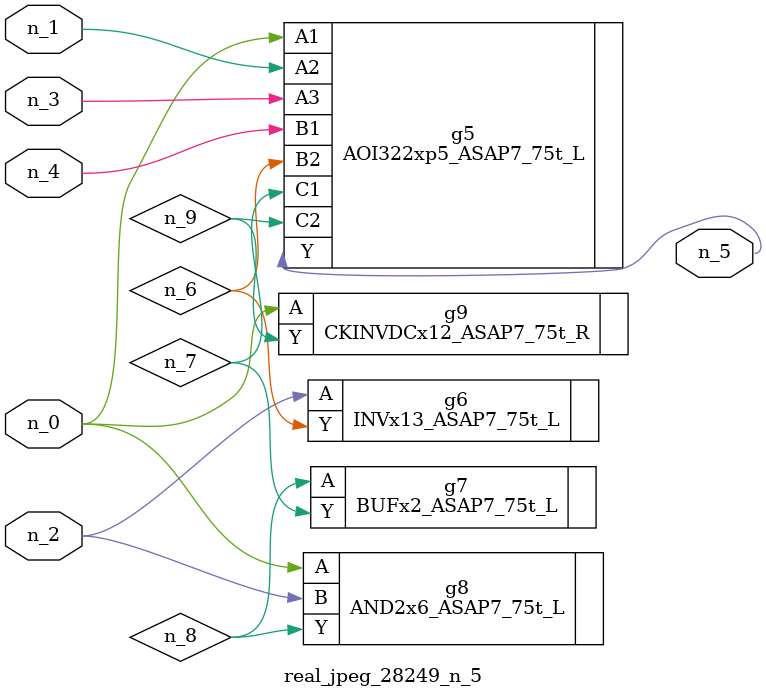
<source format=v>
module real_jpeg_28249_n_5 (n_4, n_0, n_1, n_2, n_3, n_5);

input n_4;
input n_0;
input n_1;
input n_2;
input n_3;

output n_5;

wire n_8;
wire n_6;
wire n_7;
wire n_9;

AOI322xp5_ASAP7_75t_L g5 ( 
.A1(n_0),
.A2(n_1),
.A3(n_3),
.B1(n_4),
.B2(n_6),
.C1(n_7),
.C2(n_9),
.Y(n_5)
);

AND2x6_ASAP7_75t_L g8 ( 
.A(n_0),
.B(n_2),
.Y(n_8)
);

CKINVDCx12_ASAP7_75t_R g9 ( 
.A(n_0),
.Y(n_9)
);

INVx13_ASAP7_75t_L g6 ( 
.A(n_2),
.Y(n_6)
);

BUFx2_ASAP7_75t_L g7 ( 
.A(n_8),
.Y(n_7)
);


endmodule
</source>
